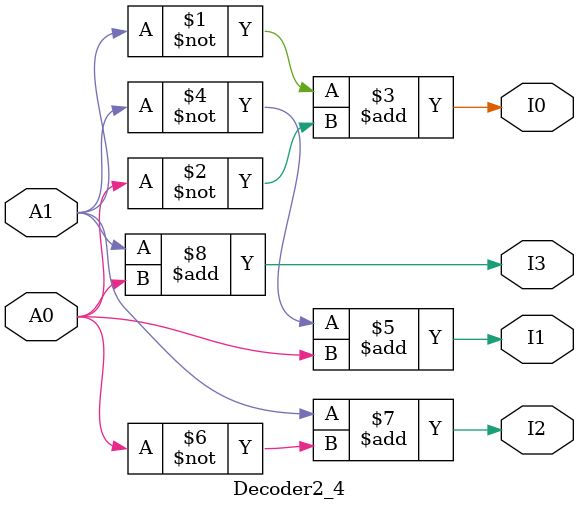
<source format=v>
module Decoder2_4(input A1, input A0, output I0, output I1, output I2, output I3);
	
	assign I0 = ~A1 + ~A0;
	assign I1 = ~A1 + A0;
	assign I2 = A1 + ~A0;
	assign I3 = A1 + A0;
	
endmodule
</source>
